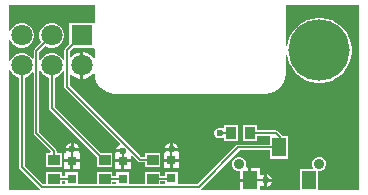
<source format=gtl>
G04*
G04 #@! TF.GenerationSoftware,Altium Limited,Altium Designer,22.11.1 (43)*
G04*
G04 Layer_Physical_Order=1*
G04 Layer_Color=255*
%FSLAX25Y25*%
%MOIN*%
G70*
G04*
G04 #@! TF.SameCoordinates,88FEEC96-C8F5-481B-BEC2-3E2380618A1E*
G04*
G04*
G04 #@! TF.FilePolarity,Positive*
G04*
G01*
G75*
%ADD12C,0.00591*%
%ADD13R,0.04724X0.06299*%
%ADD14R,0.03150X0.03150*%
%ADD15R,0.03543X0.03937*%
%ADD16R,0.03937X0.03543*%
%ADD26C,0.03543*%
%ADD27C,0.07087*%
%ADD28R,0.07087X0.07087*%
%ADD29C,0.01181*%
%ADD30C,0.20472*%
%ADD31C,0.02362*%
G36*
X-74821Y9543D02*
X-75039Y9134D01*
X-83307D01*
Y2143D01*
X-84694Y757D01*
X-84890Y464D01*
X-84958Y118D01*
Y-3033D01*
X-85458Y-3167D01*
X-85865Y-2462D01*
X-86635Y-1692D01*
X-87578Y-1148D01*
X-88629Y-866D01*
X-89717D01*
X-90769Y-1148D01*
X-91711Y-1692D01*
X-92481Y-2462D01*
X-92888Y-3167D01*
X-93388Y-3033D01*
Y-492D01*
X-91390Y1506D01*
X-90769Y1148D01*
X-89717Y866D01*
X-88629D01*
X-87578Y1148D01*
X-86635Y1692D01*
X-85865Y2462D01*
X-85321Y3404D01*
X-85039Y4456D01*
Y5544D01*
X-85321Y6596D01*
X-85865Y7538D01*
X-86635Y8308D01*
X-87578Y8852D01*
X-88629Y9134D01*
X-89717D01*
X-90769Y8852D01*
X-91711Y8308D01*
X-92481Y7538D01*
X-93025Y6596D01*
X-93307Y5544D01*
Y4456D01*
X-93025Y3404D01*
X-92667Y2784D01*
X-94930Y520D01*
X-95126Y228D01*
X-95195Y-118D01*
Y-2624D01*
X-95695Y-2758D01*
X-95865Y-2462D01*
X-96635Y-1692D01*
X-97578Y-1148D01*
X-98629Y-866D01*
X-99717D01*
X-100769Y-1148D01*
X-101711Y-1692D01*
X-102481Y-2462D01*
X-103025Y-3404D01*
X-103025Y-3405D01*
X-103525Y-3339D01*
Y3339D01*
X-103025Y3405D01*
X-103025Y3404D01*
X-102481Y2462D01*
X-101711Y1692D01*
X-100769Y1148D01*
X-99717Y866D01*
X-98629D01*
X-97578Y1148D01*
X-96635Y1692D01*
X-95865Y2462D01*
X-95321Y3404D01*
X-95039Y4456D01*
Y5544D01*
X-95321Y6596D01*
X-95865Y7538D01*
X-96635Y8308D01*
X-97578Y8852D01*
X-98629Y9134D01*
X-99717D01*
X-100769Y8852D01*
X-101711Y8308D01*
X-102481Y7538D01*
X-103025Y6596D01*
X-103025Y6595D01*
X-103525Y6661D01*
Y15258D01*
X-74821D01*
Y9543D01*
D02*
G37*
G36*
X13368Y-46636D02*
X-591D01*
Y-40238D01*
X-470Y-40157D01*
X470D01*
X1338Y-39798D01*
X2003Y-39133D01*
X2362Y-38265D01*
Y-37325D01*
X2003Y-36457D01*
X1338Y-35793D01*
X470Y-35433D01*
X-470D01*
X-1338Y-35793D01*
X-2003Y-36457D01*
X-2362Y-37325D01*
Y-38265D01*
X-2030Y-39067D01*
X-2222Y-39567D01*
X-6496D01*
Y-46636D01*
X-19866D01*
Y-45146D01*
X-19366Y-44939D01*
X-19149Y-45156D01*
X-18413Y-45461D01*
Y-43307D01*
Y-41153D01*
X-19149Y-41458D01*
X-19366Y-41675D01*
X-19866Y-41468D01*
Y-39158D01*
X-22728D01*
Y-43307D01*
X-23228D01*
Y-43807D01*
X-26591D01*
Y-46636D01*
X-39369D01*
X-39496Y-46429D01*
X-39557Y-46136D01*
X-26608Y-33187D01*
X-16339D01*
Y-36024D01*
X-10433D01*
Y-28543D01*
X-12387D01*
X-12550Y-28298D01*
X-12550Y-28298D01*
X-13928Y-26920D01*
X-14221Y-26725D01*
X-14567Y-26656D01*
X-20866D01*
Y-25000D01*
X-25591D01*
Y-30118D01*
X-20866D01*
Y-28462D01*
X-16805D01*
X-16339Y-28543D01*
Y-31380D01*
X-26982D01*
X-27327Y-31449D01*
X-27621Y-31645D01*
X-40643Y-44668D01*
X-47146D01*
Y-40354D01*
X-51476D01*
Y-41813D01*
X-52953D01*
Y-40551D01*
X-58071D01*
Y-44668D01*
X-63287D01*
Y-40551D01*
X-67618D01*
Y-42010D01*
X-68996D01*
Y-40551D01*
X-74114D01*
Y-44668D01*
X-80315D01*
Y-40551D01*
X-84646D01*
Y-41813D01*
X-85925D01*
Y-40354D01*
X-91043D01*
Y-44668D01*
X-92047D01*
X-98270Y-38445D01*
Y-9038D01*
X-97578Y-8852D01*
X-96635Y-8308D01*
X-95865Y-7538D01*
X-95695Y-7242D01*
X-95195Y-7376D01*
Y-27559D01*
X-95126Y-27905D01*
X-94930Y-28198D01*
X-89573Y-33555D01*
X-89780Y-34055D01*
X-91043D01*
Y-38780D01*
X-85925D01*
Y-34055D01*
X-87581D01*
Y-33366D01*
X-87650Y-33020D01*
X-87846Y-32728D01*
X-93388Y-27185D01*
Y-6967D01*
X-92888Y-6833D01*
X-92481Y-7538D01*
X-91711Y-8308D01*
X-90769Y-8852D01*
X-90076Y-9038D01*
Y-19193D01*
X-90008Y-19538D01*
X-89812Y-19831D01*
X-74114Y-35529D01*
Y-38976D01*
X-68996D01*
Y-34252D01*
X-72837D01*
X-88270Y-18819D01*
Y-9038D01*
X-87578Y-8852D01*
X-86635Y-8308D01*
X-85865Y-7538D01*
X-85458Y-6833D01*
X-84958Y-6967D01*
Y-12038D01*
X-84890Y-12383D01*
X-84694Y-12676D01*
X-66375Y-30995D01*
X-66473Y-31485D01*
X-66787Y-31615D01*
X-67400Y-32229D01*
X-67705Y-32965D01*
X-65551D01*
Y-33965D01*
X-67777D01*
X-67958Y-34236D01*
X-68028D01*
Y-36311D01*
X-65453D01*
X-62878D01*
Y-35145D01*
X-62416Y-34954D01*
X-60314Y-37056D01*
X-60021Y-37252D01*
X-59675Y-37321D01*
X-59675Y-37321D01*
X-58071D01*
Y-38976D01*
X-52953D01*
Y-34252D01*
X-58071D01*
Y-35514D01*
X-59301D01*
X-83152Y-11663D01*
Y-8154D01*
X-82652Y-7947D01*
X-81963Y-8636D01*
X-80927Y-9234D01*
X-79771Y-9543D01*
X-79673D01*
Y-5000D01*
Y-457D01*
X-79771D01*
X-80927Y-766D01*
X-81963Y-1364D01*
X-82652Y-2053D01*
X-83152Y-1846D01*
Y-256D01*
X-82030Y866D01*
X-75039D01*
X-74821Y457D01*
Y-2452D01*
X-75321Y-2586D01*
X-75538Y-2210D01*
X-76384Y-1364D01*
X-77420Y-766D01*
X-78575Y-457D01*
X-78673D01*
Y-5000D01*
Y-9543D01*
X-78575D01*
X-77420Y-9234D01*
X-76384Y-8636D01*
X-75538Y-7790D01*
X-75503Y-7730D01*
X-74924Y-7727D01*
X-74833Y-7877D01*
X-74708Y-9147D01*
X-74336Y-10371D01*
X-73733Y-11500D01*
X-72922Y-12489D01*
X-71933Y-13300D01*
X-70805Y-13903D01*
X-69580Y-14275D01*
X-68317Y-14399D01*
X-68317Y-14389D01*
X-68316Y-14388D01*
X-17712Y-14388D01*
X-17711Y-14389D01*
X-17711Y-14400D01*
X-16443Y-14275D01*
X-15219Y-13903D01*
X-14091Y-13300D01*
X-13102Y-12489D01*
X-12290Y-11500D01*
X-11687Y-10371D01*
X-11316Y-9147D01*
X-11191Y-7877D01*
X-11203Y-7874D01*
Y-1675D01*
X-10703Y-1636D01*
X-10560Y-2535D01*
X-10034Y-4156D01*
X-9260Y-5675D01*
X-8258Y-7053D01*
X-7053Y-8258D01*
X-5675Y-9260D01*
X-4156Y-10034D01*
X-2535Y-10560D01*
X-852Y-10827D01*
X852D01*
X2535Y-10560D01*
X4156Y-10034D01*
X5675Y-9260D01*
X7053Y-8258D01*
X8258Y-7053D01*
X9260Y-5675D01*
X10034Y-4156D01*
X10560Y-2535D01*
X10827Y-852D01*
Y852D01*
X10560Y2535D01*
X10034Y4156D01*
X9260Y5675D01*
X8258Y7053D01*
X7053Y8258D01*
X5675Y9260D01*
X4156Y10034D01*
X2535Y10560D01*
X852Y10827D01*
X-852D01*
X-2535Y10560D01*
X-4156Y10034D01*
X-5675Y9260D01*
X-7053Y8258D01*
X-8258Y7053D01*
X-9260Y5675D01*
X-10034Y4156D01*
X-10560Y2535D01*
X-10703Y1636D01*
X-11203Y1675D01*
Y15140D01*
X13368D01*
Y-46636D01*
D02*
G37*
G36*
X-51476Y-44668D02*
X-52953D01*
Y-43620D01*
X-51476D01*
Y-44668D01*
D02*
G37*
G36*
X-67618D02*
X-68996D01*
Y-43817D01*
X-67618D01*
Y-44668D01*
D02*
G37*
G36*
X-84646D02*
X-85925D01*
Y-43620D01*
X-84646D01*
Y-44668D01*
D02*
G37*
G36*
X-103025Y-6596D02*
X-102481Y-7538D01*
X-101711Y-8308D01*
X-100769Y-8852D01*
X-100076Y-9038D01*
Y-38819D01*
X-100008Y-39165D01*
X-99812Y-39457D01*
X-93134Y-46136D01*
X-93195Y-46429D01*
X-93322Y-46636D01*
X-103525D01*
Y-6661D01*
X-103025Y-6595D01*
X-103025Y-6596D01*
D02*
G37*
%LPC*%
G36*
X-27165Y-25000D02*
X-31890D01*
Y-25778D01*
X-32390Y-26005D01*
X-32915Y-25787D01*
X-33620D01*
X-34271Y-26057D01*
X-34770Y-26555D01*
X-35039Y-27207D01*
Y-27911D01*
X-34770Y-28563D01*
X-34271Y-29061D01*
X-33620Y-29331D01*
X-32915D01*
X-32390Y-29113D01*
X-31890Y-29340D01*
Y-30118D01*
X-27165D01*
Y-25000D01*
D02*
G37*
G36*
X-48713Y-30720D02*
Y-32374D01*
X-47059D01*
X-47363Y-31639D01*
X-47977Y-31025D01*
X-48713Y-30720D01*
D02*
G37*
G36*
X-49713D02*
X-50448Y-31025D01*
X-51062Y-31639D01*
X-51366Y-32374D01*
X-49713D01*
Y-30720D01*
D02*
G37*
G36*
X-81783D02*
Y-32374D01*
X-80130D01*
X-80434Y-31639D01*
X-81048Y-31025D01*
X-81783Y-30720D01*
D02*
G37*
G36*
X-82784D02*
X-83519Y-31025D01*
X-84132Y-31639D01*
X-84437Y-32374D01*
X-82784D01*
Y-30720D01*
D02*
G37*
G36*
X-47059Y-33374D02*
X-51366D01*
X-51263Y-33624D01*
X-51541Y-34039D01*
X-51886D01*
Y-36114D01*
X-49311D01*
X-46736D01*
Y-34039D01*
X-46885D01*
X-47162Y-33624D01*
X-47059Y-33374D01*
D02*
G37*
G36*
X-80130D02*
X-84437D01*
X-84287Y-33736D01*
X-84621Y-34236D01*
X-85055D01*
Y-36311D01*
X-82480D01*
X-79905D01*
Y-34236D01*
X-79946D01*
X-80280Y-33736D01*
X-80130Y-33374D01*
D02*
G37*
G36*
X-46736Y-37114D02*
X-48811D01*
Y-39189D01*
X-46736D01*
Y-37114D01*
D02*
G37*
G36*
X-49811D02*
X-51886D01*
Y-39189D01*
X-49811D01*
Y-37114D01*
D02*
G37*
G36*
X-62878Y-37311D02*
X-64953D01*
Y-39386D01*
X-62878D01*
Y-37311D01*
D02*
G37*
G36*
X-65953D02*
X-68028D01*
Y-39386D01*
X-65953D01*
Y-37311D01*
D02*
G37*
G36*
X-79905Y-37311D02*
X-81980D01*
Y-39386D01*
X-79905D01*
Y-37311D01*
D02*
G37*
G36*
X-82980D02*
X-85055D01*
Y-39386D01*
X-82980D01*
Y-37311D01*
D02*
G37*
G36*
X-17413Y-41153D02*
Y-42807D01*
X-15760D01*
X-16064Y-42072D01*
X-16678Y-41458D01*
X-17413Y-41153D01*
D02*
G37*
G36*
X-26302Y-35433D02*
X-27242D01*
X-28110Y-35793D01*
X-28774Y-36457D01*
X-29134Y-37325D01*
Y-38265D01*
X-28774Y-39133D01*
X-28110Y-39798D01*
X-27242Y-40157D01*
X-26591D01*
Y-42807D01*
X-23728D01*
Y-39158D01*
X-24238D01*
X-24572Y-38658D01*
X-24409Y-38265D01*
Y-37325D01*
X-24769Y-36457D01*
X-25434Y-35793D01*
X-26302Y-35433D01*
D02*
G37*
G36*
X-15760Y-43807D02*
X-17413D01*
Y-45461D01*
X-16678Y-45156D01*
X-16064Y-44543D01*
X-15760Y-43807D01*
D02*
G37*
%LPD*%
D12*
X-84055Y118D02*
X-79173Y5000D01*
X-84055Y-12038D02*
Y118D01*
X-94291Y-27559D02*
Y-118D01*
X-89173Y5000D01*
X-94291Y-27559D02*
X-88484Y-33366D01*
X-23228Y-43307D02*
X-17913D01*
X-13189Y-31890D02*
Y-28937D01*
X-14567Y-27559D02*
X-13189Y-28937D01*
X-23228Y-27559D02*
X-14567D01*
X-92421Y-45571D02*
X-40269D01*
X-26982Y-32283D01*
X-13386D01*
X-33268Y-27559D02*
X-29528D01*
X-99173Y-38819D02*
Y-5000D01*
Y-38819D02*
X-92421Y-45571D01*
X-84055Y-12038D02*
X-59675Y-36417D01*
X-23228Y-27559D02*
X-23228Y-27559D01*
X-49311Y-32972D02*
X-49213Y-32874D01*
X-49311Y-36614D02*
Y-32972D01*
X-59675Y-36417D02*
X-55512D01*
X-65551Y-33465D02*
X-65453Y-33563D01*
Y-36811D02*
Y-33563D01*
X-82382Y-32972D02*
X-82284Y-32874D01*
X-82382Y-36614D02*
Y-32972D01*
X-55512Y-42717D02*
X-49508D01*
X-49311Y-42520D01*
X-65650Y-42913D02*
X-65453Y-42717D01*
X-71555Y-42913D02*
X-65650D01*
X-88484Y-42717D02*
X-82579D01*
X-82382Y-42520D01*
X-89173Y-19193D02*
X-71752Y-36614D01*
X-89173Y-19193D02*
Y-5000D01*
X-71752Y-36614D02*
X-71555D01*
X-88484Y-36417D02*
Y-33366D01*
D13*
X-13386Y-32283D02*
D03*
X-23228Y-43307D02*
D03*
X-3543D02*
D03*
D14*
X-82480Y-36811D02*
D03*
Y-42717D02*
D03*
X-49311Y-36614D02*
D03*
Y-42520D02*
D03*
X-65453Y-42717D02*
D03*
Y-36811D02*
D03*
D15*
X-29528Y-27559D02*
D03*
X-23228D02*
D03*
D16*
X-55512Y-36614D02*
D03*
Y-42913D02*
D03*
X-88484Y-36417D02*
D03*
Y-42717D02*
D03*
X-71555Y-36614D02*
D03*
Y-42913D02*
D03*
D26*
X-26772Y-37795D02*
D03*
X0D02*
D03*
D27*
X-99173Y-5000D02*
D03*
Y5000D02*
D03*
X-89173Y-5000D02*
D03*
Y5000D02*
D03*
X-79173Y-5000D02*
D03*
D28*
Y5000D02*
D03*
D29*
X5568Y-5568D02*
D03*
X0Y-7874D02*
D03*
X-5568Y-5568D02*
D03*
X-7874Y0D02*
D03*
X-5568Y5568D02*
D03*
X0Y7874D02*
D03*
X5568Y5568D02*
D03*
X7874Y0D02*
D03*
D30*
X0D02*
D03*
D31*
X-17913Y-43307D02*
D03*
X-33268Y-27559D02*
D03*
X-49213Y-32874D02*
D03*
X-65551Y-33465D02*
D03*
X-82284Y-32874D02*
D03*
M02*

</source>
